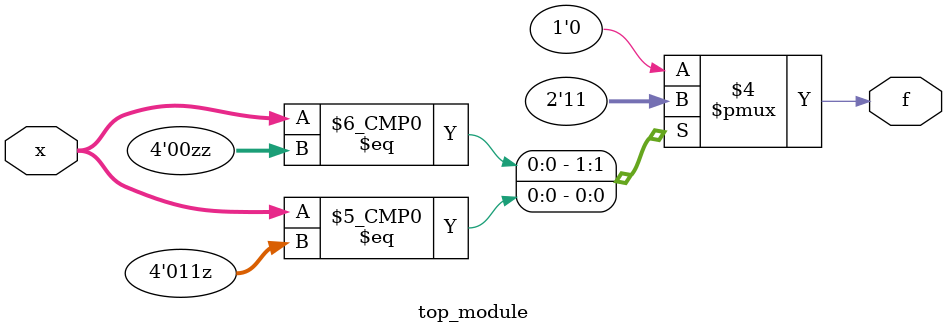
<source format=sv>
module top_module (
	input [4:1] x,
	output logic f
);
	always_comb begin
		case (x)
			4'b00??: f = 1;
			4'b010?: f = 0;
			4'b011?: f = 1;
			4'b10??: f = 0;
			default: f = 0;
		endcase
	end
endmodule

</source>
